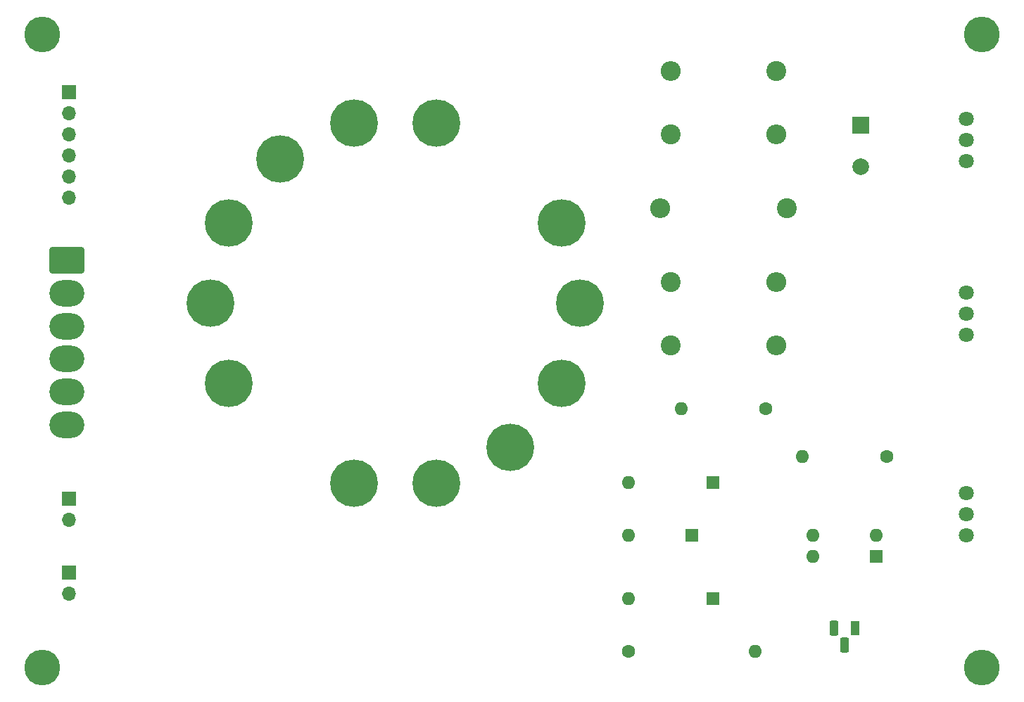
<source format=gbr>
%TF.GenerationSoftware,KiCad,Pcbnew,6.0.9-8da3e8f707~117~ubuntu22.04.1*%
%TF.CreationDate,2022-12-13T20:05:36-05:00*%
%TF.ProjectId,anderson_crt,616e6465-7273-46f6-9e5f-6372742e6b69,rev?*%
%TF.SameCoordinates,Original*%
%TF.FileFunction,Soldermask,Top*%
%TF.FilePolarity,Negative*%
%FSLAX46Y46*%
G04 Gerber Fmt 4.6, Leading zero omitted, Abs format (unit mm)*
G04 Created by KiCad (PCBNEW 6.0.9-8da3e8f707~117~ubuntu22.04.1) date 2022-12-13 20:05:36*
%MOMM*%
%LPD*%
G01*
G04 APERTURE LIST*
G04 Aperture macros list*
%AMRoundRect*
0 Rectangle with rounded corners*
0 $1 Rounding radius*
0 $2 $3 $4 $5 $6 $7 $8 $9 X,Y pos of 4 corners*
0 Add a 4 corners polygon primitive as box body*
4,1,4,$2,$3,$4,$5,$6,$7,$8,$9,$2,$3,0*
0 Add four circle primitives for the rounded corners*
1,1,$1+$1,$2,$3*
1,1,$1+$1,$4,$5*
1,1,$1+$1,$6,$7*
1,1,$1+$1,$8,$9*
0 Add four rect primitives between the rounded corners*
20,1,$1+$1,$2,$3,$4,$5,0*
20,1,$1+$1,$4,$5,$6,$7,0*
20,1,$1+$1,$6,$7,$8,$9,0*
20,1,$1+$1,$8,$9,$2,$3,0*%
G04 Aperture macros list end*
%ADD10R,1.700000X1.700000*%
%ADD11O,1.700000X1.700000*%
%ADD12R,1.600000X1.600000*%
%ADD13O,1.600000X1.600000*%
%ADD14C,4.300000*%
%ADD15C,1.600000*%
%ADD16RoundRect,0.250000X-1.850000X1.330000X-1.850000X-1.330000X1.850000X-1.330000X1.850000X1.330000X0*%
%ADD17O,4.200000X3.160000*%
%ADD18R,1.100000X1.800000*%
%ADD19RoundRect,0.275000X0.275000X0.625000X-0.275000X0.625000X-0.275000X-0.625000X0.275000X-0.625000X0*%
%ADD20C,2.400000*%
%ADD21O,2.400000X2.400000*%
%ADD22C,1.800000*%
%ADD23C,5.715000*%
%ADD24R,2.000000X2.000000*%
%ADD25C,2.000000*%
G04 APERTURE END LIST*
D10*
%TO.C,J3*%
X86360000Y-62230000D03*
D11*
X86360000Y-64770000D03*
X86360000Y-67310000D03*
X86360000Y-69850000D03*
X86360000Y-72390000D03*
X86360000Y-74930000D03*
%TD*%
D12*
%TO.C,D1*%
X163830000Y-109220000D03*
D13*
X153670000Y-109220000D03*
%TD*%
D14*
%TO.C,H4*%
X196215000Y-131445000D03*
%TD*%
D12*
%TO.C,D2*%
X161290000Y-115570000D03*
D13*
X153670000Y-115570000D03*
%TD*%
D15*
%TO.C,R2*%
X153670000Y-129540000D03*
D13*
X168910000Y-129540000D03*
%TD*%
D16*
%TO.C,J1*%
X86135000Y-82435000D03*
D17*
X86135000Y-86395000D03*
X86135000Y-90355000D03*
X86135000Y-94315000D03*
X86135000Y-98275000D03*
X86135000Y-102235000D03*
%TD*%
D18*
%TO.C,Q1*%
X180975000Y-126715000D03*
D19*
X179705000Y-128785000D03*
X178435000Y-126715000D03*
%TD*%
D12*
%TO.C,U1*%
X183505000Y-118115000D03*
D13*
X183505000Y-115575000D03*
X175885000Y-115575000D03*
X175885000Y-118115000D03*
%TD*%
D20*
%TO.C,R7*%
X158750000Y-92710000D03*
D21*
X171450000Y-92710000D03*
%TD*%
D20*
%TO.C,R6*%
X158750000Y-85090000D03*
D21*
X171450000Y-85090000D03*
%TD*%
D10*
%TO.C,J2*%
X86360000Y-120015000D03*
D11*
X86360000Y-122555000D03*
%TD*%
D20*
%TO.C,R3*%
X171450000Y-59690000D03*
D21*
X158750000Y-59690000D03*
%TD*%
D14*
%TO.C,H1*%
X83185000Y-55245000D03*
%TD*%
D22*
%TO.C,RV3*%
X194330000Y-115570000D03*
X194330000Y-113030000D03*
X194330000Y-110490000D03*
%TD*%
D14*
%TO.C,H3*%
X196215000Y-55245000D03*
%TD*%
D22*
%TO.C,RV1*%
X194310000Y-70485000D03*
X194310000Y-67945000D03*
X194310000Y-65405000D03*
%TD*%
D23*
%TO.C,CRT1*%
X130581354Y-109288000D03*
X139492354Y-104996000D03*
X145659354Y-97263000D03*
X147860354Y-87620000D03*
X145659354Y-77977000D03*
X130581354Y-65952000D03*
X120689354Y-65952000D03*
X111778354Y-70244000D03*
X105611354Y-77977000D03*
X103410354Y-87620000D03*
X105611354Y-97263000D03*
X120689354Y-109288000D03*
%TD*%
D12*
%TO.C,D3*%
X163830000Y-123190000D03*
D13*
X153670000Y-123190000D03*
%TD*%
D14*
%TO.C,H2*%
X83185000Y-131445000D03*
%TD*%
D15*
%TO.C,R8*%
X170180000Y-100330000D03*
D13*
X160020000Y-100330000D03*
%TD*%
D15*
%TO.C,R1*%
X184785000Y-106045000D03*
D13*
X174625000Y-106045000D03*
%TD*%
D20*
%TO.C,R5*%
X172720000Y-76200000D03*
D21*
X157480000Y-76200000D03*
%TD*%
D10*
%TO.C,J4*%
X86360000Y-111120000D03*
D11*
X86360000Y-113660000D03*
%TD*%
D24*
%TO.C,C1*%
X181610000Y-66212323D03*
D25*
X181610000Y-71212323D03*
%TD*%
D22*
%TO.C,RV2*%
X194330000Y-91440000D03*
X194330000Y-88900000D03*
X194330000Y-86360000D03*
%TD*%
D20*
%TO.C,R4*%
X158750000Y-67310000D03*
D21*
X171450000Y-67310000D03*
%TD*%
M02*

</source>
